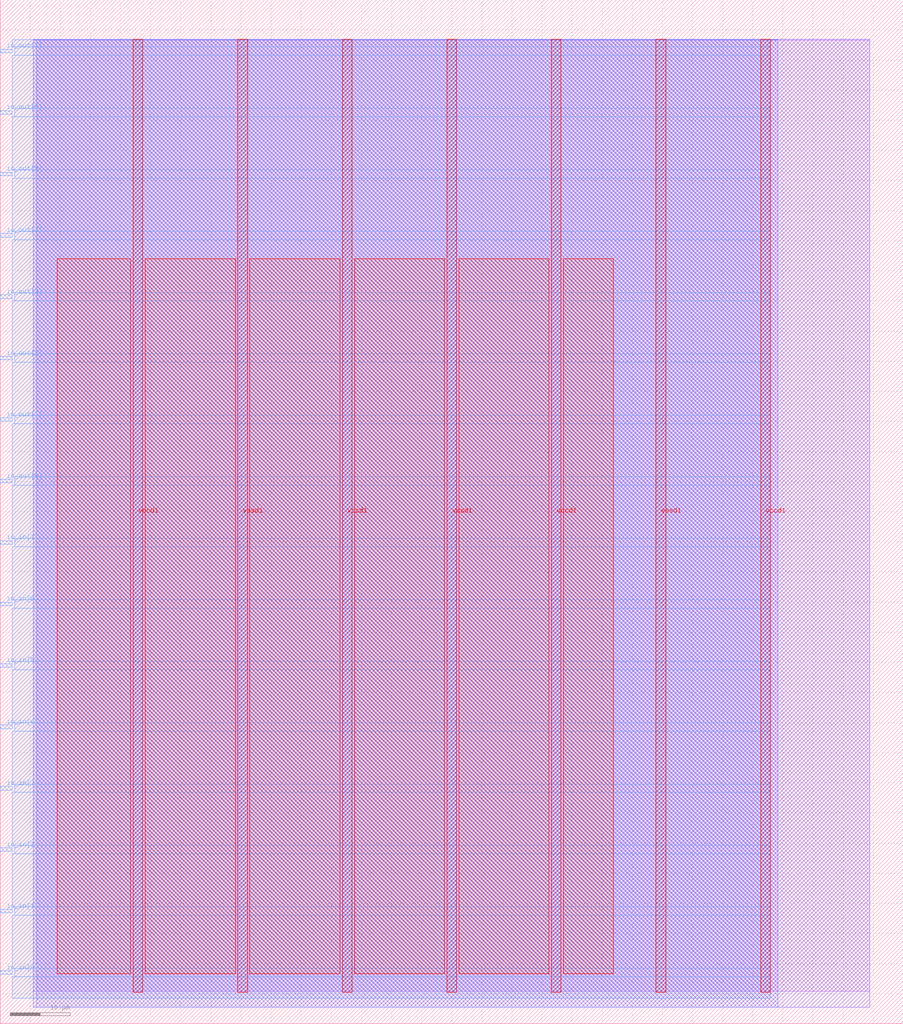
<source format=lef>
VERSION 5.7 ;
  NOWIREEXTENSIONATPIN ON ;
  DIVIDERCHAR "/" ;
  BUSBITCHARS "[]" ;
MACRO krasin_tt02_verilog_spi_7_channel_pwm_driver
  CLASS BLOCK ;
  FOREIGN krasin_tt02_verilog_spi_7_channel_pwm_driver ;
  ORIGIN 0.000 0.000 ;
  SIZE 150.000 BY 170.000 ;
  PIN io_in[0]
    DIRECTION INPUT ;
    USE SIGNAL ;
    PORT
      LAYER met3 ;
        RECT 0.000 8.200 2.000 8.800 ;
    END
  END io_in[0]
  PIN io_in[1]
    DIRECTION INPUT ;
    USE SIGNAL ;
    PORT
      LAYER met3 ;
        RECT 0.000 18.400 2.000 19.000 ;
    END
  END io_in[1]
  PIN io_in[2]
    DIRECTION INPUT ;
    USE SIGNAL ;
    PORT
      LAYER met3 ;
        RECT 0.000 28.600 2.000 29.200 ;
    END
  END io_in[2]
  PIN io_in[3]
    DIRECTION INPUT ;
    USE SIGNAL ;
    PORT
      LAYER met3 ;
        RECT 0.000 38.800 2.000 39.400 ;
    END
  END io_in[3]
  PIN io_in[4]
    DIRECTION INPUT ;
    USE SIGNAL ;
    PORT
      LAYER met3 ;
        RECT 0.000 49.000 2.000 49.600 ;
    END
  END io_in[4]
  PIN io_in[5]
    DIRECTION INPUT ;
    USE SIGNAL ;
    PORT
      LAYER met3 ;
        RECT 0.000 59.200 2.000 59.800 ;
    END
  END io_in[5]
  PIN io_in[6]
    DIRECTION INPUT ;
    USE SIGNAL ;
    PORT
      LAYER met3 ;
        RECT 0.000 69.400 2.000 70.000 ;
    END
  END io_in[6]
  PIN io_in[7]
    DIRECTION INPUT ;
    USE SIGNAL ;
    PORT
      LAYER met3 ;
        RECT 0.000 79.600 2.000 80.200 ;
    END
  END io_in[7]
  PIN io_out[0]
    DIRECTION OUTPUT TRISTATE ;
    USE SIGNAL ;
    PORT
      LAYER met3 ;
        RECT 0.000 89.800 2.000 90.400 ;
    END
  END io_out[0]
  PIN io_out[1]
    DIRECTION OUTPUT TRISTATE ;
    USE SIGNAL ;
    PORT
      LAYER met3 ;
        RECT 0.000 100.000 2.000 100.600 ;
    END
  END io_out[1]
  PIN io_out[2]
    DIRECTION OUTPUT TRISTATE ;
    USE SIGNAL ;
    PORT
      LAYER met3 ;
        RECT 0.000 110.200 2.000 110.800 ;
    END
  END io_out[2]
  PIN io_out[3]
    DIRECTION OUTPUT TRISTATE ;
    USE SIGNAL ;
    PORT
      LAYER met3 ;
        RECT 0.000 120.400 2.000 121.000 ;
    END
  END io_out[3]
  PIN io_out[4]
    DIRECTION OUTPUT TRISTATE ;
    USE SIGNAL ;
    PORT
      LAYER met3 ;
        RECT 0.000 130.600 2.000 131.200 ;
    END
  END io_out[4]
  PIN io_out[5]
    DIRECTION OUTPUT TRISTATE ;
    USE SIGNAL ;
    PORT
      LAYER met3 ;
        RECT 0.000 140.800 2.000 141.400 ;
    END
  END io_out[5]
  PIN io_out[6]
    DIRECTION OUTPUT TRISTATE ;
    USE SIGNAL ;
    PORT
      LAYER met3 ;
        RECT 0.000 151.000 2.000 151.600 ;
    END
  END io_out[6]
  PIN io_out[7]
    DIRECTION OUTPUT TRISTATE ;
    USE SIGNAL ;
    PORT
      LAYER met3 ;
        RECT 0.000 161.200 2.000 161.800 ;
    END
  END io_out[7]
  PIN vccd1
    DIRECTION INOUT ;
    USE POWER ;
    PORT
      LAYER met4 ;
        RECT 22.090 5.200 23.690 163.440 ;
    END
    PORT
      LAYER met4 ;
        RECT 56.830 5.200 58.430 163.440 ;
    END
    PORT
      LAYER met4 ;
        RECT 91.570 5.200 93.170 163.440 ;
    END
    PORT
      LAYER met4 ;
        RECT 126.310 5.200 127.910 163.440 ;
    END
  END vccd1
  PIN vssd1
    DIRECTION INOUT ;
    USE GROUND ;
    PORT
      LAYER met4 ;
        RECT 39.460 5.200 41.060 163.440 ;
    END
    PORT
      LAYER met4 ;
        RECT 74.200 5.200 75.800 163.440 ;
    END
    PORT
      LAYER met4 ;
        RECT 108.940 5.200 110.540 163.440 ;
    END
  END vssd1
  OBS
      LAYER li1 ;
        RECT 5.520 5.355 144.440 163.285 ;
      LAYER met1 ;
        RECT 5.520 2.760 144.440 163.440 ;
      LAYER met2 ;
        RECT 6.080 2.730 129.160 163.385 ;
      LAYER met3 ;
        RECT 2.000 162.200 127.900 163.365 ;
        RECT 2.400 160.800 127.900 162.200 ;
        RECT 2.000 152.000 127.900 160.800 ;
        RECT 2.400 150.600 127.900 152.000 ;
        RECT 2.000 141.800 127.900 150.600 ;
        RECT 2.400 140.400 127.900 141.800 ;
        RECT 2.000 131.600 127.900 140.400 ;
        RECT 2.400 130.200 127.900 131.600 ;
        RECT 2.000 121.400 127.900 130.200 ;
        RECT 2.400 120.000 127.900 121.400 ;
        RECT 2.000 111.200 127.900 120.000 ;
        RECT 2.400 109.800 127.900 111.200 ;
        RECT 2.000 101.000 127.900 109.800 ;
        RECT 2.400 99.600 127.900 101.000 ;
        RECT 2.000 90.800 127.900 99.600 ;
        RECT 2.400 89.400 127.900 90.800 ;
        RECT 2.000 80.600 127.900 89.400 ;
        RECT 2.400 79.200 127.900 80.600 ;
        RECT 2.000 70.400 127.900 79.200 ;
        RECT 2.400 69.000 127.900 70.400 ;
        RECT 2.000 60.200 127.900 69.000 ;
        RECT 2.400 58.800 127.900 60.200 ;
        RECT 2.000 50.000 127.900 58.800 ;
        RECT 2.400 48.600 127.900 50.000 ;
        RECT 2.000 39.800 127.900 48.600 ;
        RECT 2.400 38.400 127.900 39.800 ;
        RECT 2.000 29.600 127.900 38.400 ;
        RECT 2.400 28.200 127.900 29.600 ;
        RECT 2.000 19.400 127.900 28.200 ;
        RECT 2.400 18.000 127.900 19.400 ;
        RECT 2.000 9.200 127.900 18.000 ;
        RECT 2.400 7.800 127.900 9.200 ;
        RECT 2.000 4.255 127.900 7.800 ;
      LAYER met4 ;
        RECT 9.495 8.335 21.690 126.985 ;
        RECT 24.090 8.335 39.060 126.985 ;
        RECT 41.460 8.335 56.430 126.985 ;
        RECT 58.830 8.335 73.800 126.985 ;
        RECT 76.200 8.335 91.170 126.985 ;
        RECT 93.570 8.335 101.825 126.985 ;
  END
END krasin_tt02_verilog_spi_7_channel_pwm_driver
END LIBRARY


</source>
